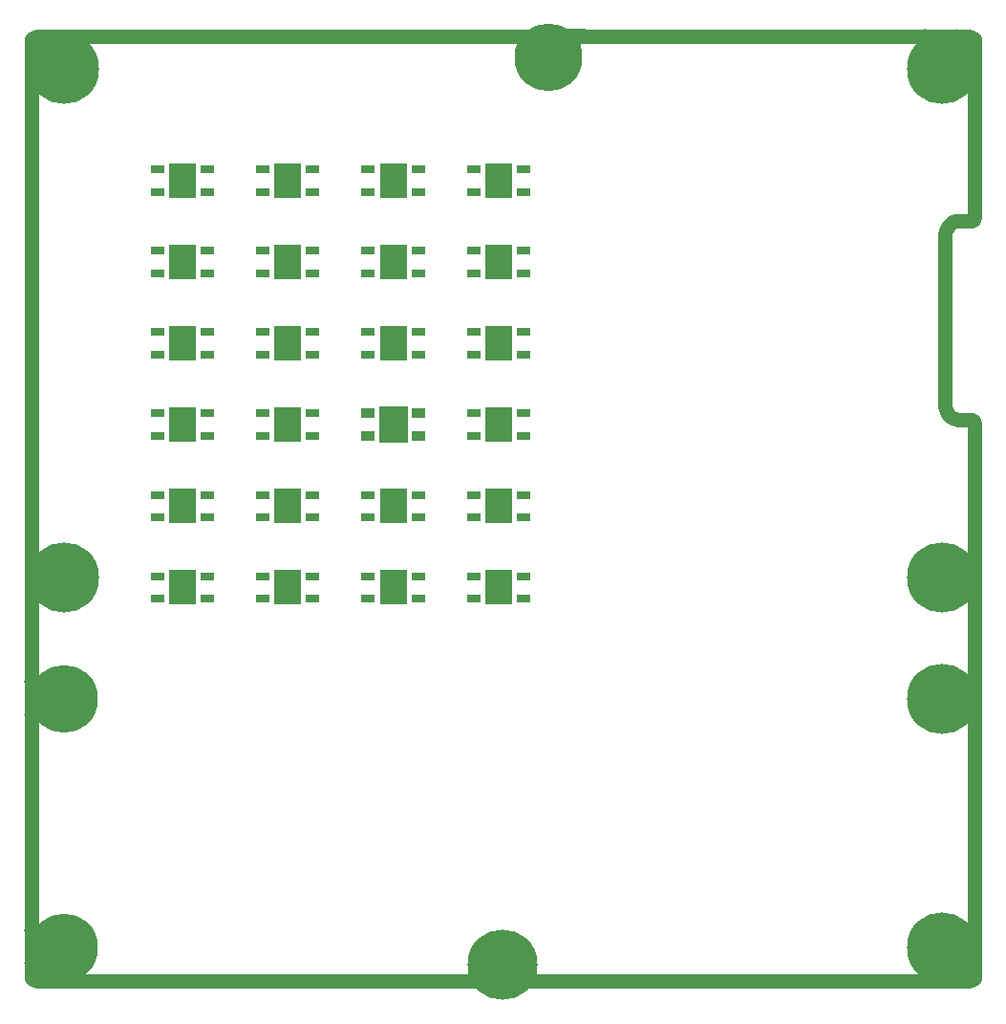
<source format=gbr>
G04*
G04 #@! TF.GenerationSoftware,Altium Limited,Altium Designer,25.8.1 (18)*
G04*
G04 Layer_Color=16711935*
%FSLAX44Y44*%
%MOMM*%
G71*
G04*
G04 #@! TF.SameCoordinates,7FC80BCE-73AE-45AA-A8F9-BCED6F291ECE*
G04*
G04*
G04 #@! TF.FilePolarity,Negative*
G04*
G01*
G75*
%ADD42R,0.5080X0.4834*%
%ADD43R,1.1355X0.4834*%
%ADD44C,1.2700*%
%ADD67C,1.0032*%
%ADD68C,6.0000*%
%ADD69C,6.2032*%
%ADD70C,0.5000*%
%ADD71C,0.9032*%
%ADD72C,0.8040*%
%ADD73C,0.3000*%
%ADD88R,1.1938X0.7620*%
%ADD89R,2.4892X3.0988*%
%ADD90R,1.2938X0.8620*%
%ADD91R,2.5892X3.1988*%
G36*
X828017Y840324D02*
X828680Y840163D01*
X828017Y836800D01*
Y840324D01*
X815570Y843352D01*
X798017Y839082D01*
Y849500D01*
X814684Y844609D01*
X828017Y849500D01*
Y840324D01*
D02*
G37*
G36*
X798017Y836800D02*
X797266Y838899D01*
X798017Y839082D01*
Y836800D01*
D02*
G37*
G36*
X480032Y850230D02*
X480820Y850077D01*
X481910Y849942D01*
X484999Y849725D01*
X498017Y849500D01*
Y836800D01*
X497020Y836763D01*
X496153Y836653D01*
X495415Y836468D01*
X494807Y836210D01*
X494328Y835879D01*
X493979Y835473D01*
X493760Y834994D01*
X493671Y834441D01*
X493712Y833815D01*
X493882Y833115D01*
X479546Y850402D01*
X480032Y850230D01*
D02*
G37*
G36*
X841069Y826646D02*
X849500D01*
X843994Y814624D01*
X841069Y826646D01*
X836800D01*
X840930Y827221D01*
X841069Y826646D01*
D02*
G37*
G36*
X849500Y351390D02*
X841088D01*
X843992Y363331D01*
X849500Y351390D01*
D02*
G37*
G36*
X840949Y350818D02*
X836800Y351390D01*
X841088D01*
X840949Y350818D01*
D02*
G37*
G36*
X13200Y272094D02*
X10994D01*
X11178Y272848D01*
X13200Y272094D01*
D02*
G37*
G36*
X840088Y271391D02*
X836800D01*
X839946Y271854D01*
X840088Y271391D01*
D02*
G37*
G36*
X844453Y257208D02*
X840088Y271391D01*
X849500D01*
X844453Y257208D01*
D02*
G37*
G36*
X6654Y254252D02*
X9612Y242094D01*
X500D01*
X5398Y255238D01*
X500Y272094D01*
X10994D01*
X6654Y254252D01*
D02*
G37*
G36*
X9772Y241437D02*
X9612Y242094D01*
X13200D01*
X9772Y241437D01*
D02*
G37*
G36*
X849500Y241391D02*
X840565D01*
X840429Y240951D01*
X836800Y241391D01*
X840565D01*
X844400Y253855D01*
X849500Y241391D01*
D02*
G37*
G36*
X13200Y52095D02*
X10995D01*
X11178Y52849D01*
X13200Y52095D01*
D02*
G37*
G36*
X839478Y51391D02*
X836800D01*
X839301Y52120D01*
X839478Y51391D01*
D02*
G37*
G36*
X6654Y34252D02*
X9612Y22095D01*
X13200D01*
X9771Y21438D01*
X9612Y22095D01*
X500D01*
X5398Y35238D01*
X500Y52095D01*
X10995D01*
X6654Y34252D01*
D02*
G37*
G36*
X844633Y35729D02*
X849500Y21391D01*
X839972D01*
X839803Y20696D01*
X836800Y21391D01*
X839972D01*
X843374Y35376D01*
X839478Y51391D01*
X849500D01*
X844633Y35729D01*
D02*
G37*
D42*
X835914Y13585D02*
D03*
X14540Y835613D02*
D03*
X836129Y836006D02*
D03*
D43*
X12898Y15189D02*
D03*
D44*
X828860Y679908D02*
X826223Y679610D01*
X823719Y678734D01*
X821472Y677322D01*
X819595Y675446D01*
X818184Y673199D01*
X817307Y670694D01*
X817010Y668057D01*
X843150Y500497D02*
X842227Y502724D01*
X840000Y503647D01*
X817010Y515497D02*
X817307Y512860D01*
X818184Y510356D01*
X819595Y508109D01*
X821472Y506232D01*
X823719Y504821D01*
X826223Y503944D01*
X828860Y503647D01*
X838000Y6850D02*
X840575Y7540D01*
X842460Y9425D01*
X843150Y12000D01*
X840000Y679908D02*
X842227Y680830D01*
X843150Y683057D01*
X12000Y843150D02*
X9425Y842460D01*
X7540Y840575D01*
X6850Y838000D01*
X843150Y838000D02*
X842460Y840575D01*
X840575Y842460D01*
X838000Y843150D01*
X6850Y12000D02*
X7540Y9425D01*
X9425Y7540D01*
X12000Y6850D01*
X6850Y12000D02*
Y22095D01*
X843150Y12042D02*
Y21391D01*
X843150Y683099D02*
Y696646D01*
X817010Y515497D02*
Y523163D01*
X12059Y6850D02*
X24745D01*
X828860Y503647D02*
X840000D01*
X12000Y843150D02*
X28018D01*
X828860Y679908D02*
X840000D01*
X6850Y22095D02*
Y32095D01*
X24745Y6850D02*
X34745D01*
X817010Y573163D02*
Y583163D01*
Y563163D02*
Y573163D01*
Y553163D02*
Y563163D01*
Y523163D02*
Y533163D01*
X843150Y21391D02*
Y31391D01*
X843150Y706646D02*
Y716646D01*
Y696646D02*
Y706646D01*
X6850Y32095D02*
Y42095D01*
X114745Y6850D02*
X124745D01*
X34745D02*
X44745D01*
X817010Y613163D02*
Y623163D01*
Y603163D02*
Y613163D01*
Y583163D02*
Y593163D01*
Y543163D02*
Y553163D01*
Y533163D02*
Y543163D01*
X843150Y31391D02*
Y41391D01*
X843150Y726646D02*
Y736646D01*
Y716646D02*
Y726646D01*
X6850Y42095D02*
Y52095D01*
X134745Y6850D02*
X144745D01*
X124745D02*
X134745D01*
X104745D02*
X114745D01*
X44745D02*
X54745D01*
X817010Y623163D02*
Y633163D01*
Y593163D02*
Y603163D01*
X843150Y41391D02*
Y51391D01*
X843150Y736646D02*
Y746646D01*
X6850Y52095D02*
Y62095D01*
X164745Y6850D02*
X174745D01*
X144745D02*
X154745D01*
X54745D02*
X64745D01*
X817010Y643163D02*
Y653163D01*
Y633163D02*
Y643163D01*
X843150Y51391D02*
Y61391D01*
X843150Y746646D02*
Y756646D01*
X6850Y62095D02*
Y72095D01*
X194745Y6850D02*
X204745D01*
X174745D02*
X184745D01*
X154745D02*
X164745D01*
X64745D02*
X74745D01*
X817010Y653163D02*
Y668057D01*
X843150Y61391D02*
Y71391D01*
X843150Y756646D02*
Y766646D01*
X6850Y72095D02*
Y82095D01*
X254745Y6850D02*
X264745D01*
X234745D02*
X244745D01*
X204745D02*
X214745D01*
X184745D02*
X194745D01*
X74745D02*
X84745D01*
X843150Y71391D02*
Y81391D01*
X843150Y766646D02*
Y776646D01*
X6850Y82095D02*
Y92094D01*
X354745Y6850D02*
X364745D01*
X344745D02*
X354745D01*
X264745D02*
X274745D01*
X244745D02*
X254745D01*
X214745D02*
X224745D01*
X84745D02*
X94745D01*
X843150Y81391D02*
Y91391D01*
X843150Y776646D02*
Y786646D01*
X6850Y92094D02*
Y102094D01*
X364745Y6850D02*
X374745D01*
X274745D02*
X284745D01*
X224745D02*
X234745D01*
X94745D02*
X104745D01*
X843150Y91391D02*
Y101391D01*
X843150Y786646D02*
Y796646D01*
X6850Y102094D02*
Y112094D01*
X374745Y6850D02*
X384745D01*
X284745D02*
X294745D01*
X843150Y101391D02*
Y111391D01*
X843150Y796646D02*
Y806646D01*
X6850Y112094D02*
Y122094D01*
X394745Y6850D02*
X404745D01*
X384745D02*
X394745D01*
X294745D02*
X304745D01*
X843150Y111391D02*
Y121391D01*
X843150Y806646D02*
Y816646D01*
X6850Y122094D02*
Y132094D01*
X444744Y6850D02*
X454744D01*
X404745D02*
X425000D01*
X314745D02*
X324745D01*
X304745D02*
X314745D01*
X843150Y121391D02*
Y131391D01*
X843150Y816646D02*
Y826646D01*
X6850Y132094D02*
Y142094D01*
X484744Y6850D02*
X494744D01*
X454744D02*
X464744D01*
X425000D02*
X444744D01*
X324745D02*
X334745D01*
X843150Y131391D02*
Y141391D01*
X843150Y826646D02*
Y838000D01*
X6850Y142094D02*
Y152094D01*
X504744Y6850D02*
X514744D01*
X494744D02*
X504744D01*
X464744D02*
X474744D01*
X334745D02*
X344745D01*
X843150Y141391D02*
Y151391D01*
X6850Y152094D02*
Y162094D01*
X594744Y6850D02*
X604744D01*
X524744D02*
X534744D01*
X514744D02*
X524744D01*
X474744D02*
X484744D01*
X843150Y151391D02*
Y161391D01*
X6850Y162094D02*
Y172094D01*
X614744Y6850D02*
X624744D01*
X604744D02*
X614744D01*
X584744D02*
X594744D01*
X554744D02*
X564744D01*
X544744D02*
X554744D01*
X534744D02*
X544744D01*
X843150Y161391D02*
Y171391D01*
X6850Y172094D02*
Y182094D01*
X624744Y6850D02*
X634744D01*
X574744D02*
X584744D01*
X564744D02*
X574744D01*
X843150Y171391D02*
Y181391D01*
X6850Y182094D02*
Y192094D01*
X634744Y6850D02*
X644744D01*
X843150Y181391D02*
Y191391D01*
X6850Y192094D02*
Y202094D01*
X644744Y6850D02*
X654744D01*
X843150Y191391D02*
Y201391D01*
X6850Y332094D02*
Y342094D01*
Y222094D02*
Y232094D01*
Y202094D02*
Y212094D01*
X654744Y6850D02*
X664744D01*
X843150Y271391D02*
Y281391D01*
Y211391D02*
Y221391D01*
Y201391D02*
Y211391D01*
X6850Y342094D02*
Y352094D01*
Y302094D02*
Y312094D01*
Y232094D02*
Y242094D01*
Y212094D02*
Y222094D01*
X664744Y6850D02*
X674744D01*
X843150Y281391D02*
Y291391D01*
Y251391D02*
Y261391D01*
Y241391D02*
Y251391D01*
Y231391D02*
Y241391D01*
Y221391D02*
Y231391D01*
X6850Y352094D02*
Y362094D01*
Y322094D02*
Y332094D01*
Y312094D02*
Y322094D01*
Y292094D02*
Y302094D01*
Y282094D02*
Y292094D01*
Y272094D02*
Y282094D01*
Y262094D02*
Y272094D01*
Y252094D02*
Y262094D01*
Y242094D02*
Y252094D01*
X674744Y6850D02*
X684744D01*
X843150Y291391D02*
Y301391D01*
Y261391D02*
Y271391D01*
X6850Y362094D02*
Y372094D01*
X684744Y6850D02*
X694744D01*
X843150Y301391D02*
Y311391D01*
X6850Y462094D02*
Y472094D01*
Y412094D02*
Y422094D01*
Y402094D02*
Y412094D01*
Y382094D02*
Y392094D01*
Y372094D02*
Y382094D01*
X694744Y6850D02*
X704744D01*
X843150Y311391D02*
Y321390D01*
X6850Y502094D02*
Y512094D01*
Y472094D02*
Y482094D01*
Y432094D02*
Y442094D01*
Y422094D02*
Y432094D01*
Y392094D02*
Y402094D01*
X704744Y6850D02*
X714744D01*
X843150Y321390D02*
Y331390D01*
X6850Y542094D02*
Y552094D01*
Y532094D02*
Y542094D01*
Y512094D02*
Y522094D01*
Y492094D02*
Y502094D01*
Y482094D02*
Y492094D01*
Y442094D02*
Y452094D01*
X714744Y6850D02*
X724744D01*
X843150Y331390D02*
Y341390D01*
X6850Y602094D02*
Y612094D01*
Y582094D02*
Y592094D01*
Y562094D02*
Y572094D01*
Y552094D02*
Y562094D01*
Y522094D02*
Y532094D01*
Y452094D02*
Y462094D01*
X724744Y6850D02*
X734744D01*
X843150Y341390D02*
Y351390D01*
X6850Y612094D02*
Y622094D01*
Y592094D02*
Y602094D01*
Y572094D02*
Y582094D01*
X734744Y6850D02*
X744744D01*
X843150Y351390D02*
Y361390D01*
X6850Y652093D02*
Y662093D01*
Y632094D02*
Y642093D01*
Y622094D02*
Y632094D01*
X744744Y6850D02*
X754744D01*
X843150Y361390D02*
Y371390D01*
X6850Y662093D02*
Y672093D01*
Y642093D02*
Y652093D01*
X754744Y6850D02*
X764744D01*
X843150Y371390D02*
Y381390D01*
X6850Y672093D02*
Y682093D01*
X764744Y6850D02*
X774744D01*
X843150Y381390D02*
Y391390D01*
X6850Y682093D02*
Y692093D01*
X774744Y6850D02*
X784744D01*
X843150Y391390D02*
Y401390D01*
X6850Y692093D02*
Y702093D01*
X784744Y6850D02*
X794744D01*
X843150Y401390D02*
Y411390D01*
X6850Y702093D02*
Y712093D01*
X794744Y6850D02*
X804744D01*
X843150Y411390D02*
Y421390D01*
X6850Y712093D02*
Y722093D01*
X804744Y6850D02*
X814744D01*
X843150Y421390D02*
Y431390D01*
X6850Y722093D02*
Y732093D01*
X824744Y6850D02*
X838000D01*
X814744D02*
X824744D01*
X843150Y431390D02*
Y441390D01*
X6850Y732093D02*
Y742093D01*
X843150Y441390D02*
Y451390D01*
X6850Y742093D02*
Y752093D01*
X843150Y451390D02*
Y461390D01*
X6850Y752093D02*
Y762093D01*
X843150Y461390D02*
Y471390D01*
X6850Y762093D02*
Y772093D01*
X843150Y471390D02*
Y481390D01*
X6850Y772093D02*
Y782093D01*
X843150Y481390D02*
Y491390D01*
X6850Y782093D02*
Y792093D01*
X843150Y491390D02*
Y500497D01*
X6850Y792093D02*
Y802093D01*
Y812093D01*
Y822093D01*
Y837941D01*
X28018Y843150D02*
X38018D01*
X48018D01*
X58018D01*
X68018D01*
X78018D01*
X88018D01*
X98018D01*
X108018D01*
X118018D01*
X128018D01*
X138018D01*
X148018D01*
X158018D01*
X168018D01*
X178018D01*
X188018D01*
X198018D01*
X208018D01*
X218018D01*
X228018D01*
X238018D01*
X248018D01*
X258018D01*
X268018D01*
X278018D01*
X288018D01*
X298018D01*
X308018D01*
X318018D01*
X328018D01*
X338018D01*
X348018D01*
X358018D01*
X368018D01*
X378018D01*
X388018D01*
X398018D01*
X438018D02*
X448018D01*
X398018D02*
X408018D01*
X465300D02*
X474048D01*
X448018D02*
X456552D01*
X408018D02*
X418018D01*
X474048D02*
X488018D01*
X456552D02*
X465300D01*
X418018D02*
X428018D01*
X488018D02*
X498017D01*
X428018D02*
X438018D01*
X498017D02*
X508017D01*
X518017D01*
X528017D01*
X538017D01*
X548017D01*
X558017D01*
X568017D01*
X578017D01*
X588017D01*
X598017D01*
X608017D01*
X618017D01*
X628017D01*
X638017D01*
X648017D01*
X658017D01*
X668017D01*
X678017D01*
X688017D01*
X698017D01*
X708017D01*
X718017D01*
X728017D01*
X738017D01*
X748017D01*
X758017D01*
X768017D01*
X778017D01*
X788017D01*
X798017D01*
X808017D01*
X818017D01*
X828017D01*
X837941D01*
D67*
X57120Y27252D02*
D03*
X27252Y14880D02*
D03*
X14880Y44748D02*
D03*
X44748Y57120D02*
D03*
X57120Y44748D02*
D03*
X44748Y14880D02*
D03*
X14880Y27252D02*
D03*
X27252Y57120D02*
D03*
Y385120D02*
D03*
X14880Y355252D02*
D03*
X44748Y342880D02*
D03*
X57120Y372748D02*
D03*
X44748Y385120D02*
D03*
X14880Y372748D02*
D03*
X27252Y342880D02*
D03*
X57120Y355252D02*
D03*
X44748Y234880D02*
D03*
X57120Y264748D02*
D03*
X44748Y277120D02*
D03*
X14880Y264748D02*
D03*
X57120Y247252D02*
D03*
X805252Y57120D02*
D03*
X792880Y27252D02*
D03*
X822748Y14880D02*
D03*
X835120Y44748D02*
D03*
X822748Y57120D02*
D03*
X792880Y44748D02*
D03*
X805252Y14880D02*
D03*
X835120Y27252D02*
D03*
X805729Y277120D02*
D03*
X793357Y247252D02*
D03*
X823225Y234880D02*
D03*
Y277120D02*
D03*
X793357Y264748D02*
D03*
X805729Y234880D02*
D03*
X805252Y385120D02*
D03*
X792880Y355252D02*
D03*
X822748Y342880D02*
D03*
Y385120D02*
D03*
X792880Y372748D02*
D03*
X805252Y342880D02*
D03*
Y835120D02*
D03*
X792880Y805252D02*
D03*
X822748Y792880D02*
D03*
X835120Y822748D02*
D03*
X822748Y835120D02*
D03*
X792880Y822748D02*
D03*
X805252Y792880D02*
D03*
X835120Y805252D02*
D03*
X27252Y835120D02*
D03*
X14880Y805252D02*
D03*
X44748Y792880D02*
D03*
X57120Y822748D02*
D03*
X44748Y835120D02*
D03*
X14880Y822748D02*
D03*
X27252Y792880D02*
D03*
X57120Y805252D02*
D03*
D68*
X36000Y36000D02*
D03*
Y256000D02*
D03*
X465300Y824000D02*
D03*
D69*
X425000Y21000D02*
D03*
X36000Y364000D02*
D03*
X814000Y36000D02*
D03*
X814477Y256000D02*
D03*
X814000Y364000D02*
D03*
Y814000D02*
D03*
X36000D02*
D03*
D70*
X27252Y277120D02*
D03*
X14880Y247252D02*
D03*
X27252Y234880D02*
D03*
X835597Y264748D02*
D03*
X835597Y247252D02*
D03*
X835120Y372748D02*
D03*
X835120Y355252D02*
D03*
D71*
X456552Y845120D02*
D03*
X444180Y815252D02*
D03*
X474048Y802880D02*
D03*
X486420Y832748D02*
D03*
X474048Y845120D02*
D03*
X444180Y832748D02*
D03*
X456552Y802880D02*
D03*
X486420Y815252D02*
D03*
D72*
X6474Y792093D02*
D03*
X58018Y843526D02*
D03*
X836499Y679532D02*
D03*
X843526Y686646D02*
D03*
Y696646D02*
D03*
Y706646D02*
D03*
Y716646D02*
D03*
Y726646D02*
D03*
Y736646D02*
D03*
Y746646D02*
D03*
Y756646D02*
D03*
Y766646D02*
D03*
X817946Y513383D02*
D03*
X817652Y523379D02*
D03*
Y533379D02*
D03*
Y543379D02*
D03*
Y553379D02*
D03*
Y563379D02*
D03*
Y573379D02*
D03*
Y583379D02*
D03*
Y593379D02*
D03*
Y603379D02*
D03*
Y613379D02*
D03*
Y623379D02*
D03*
Y633379D02*
D03*
Y643379D02*
D03*
Y653379D02*
D03*
Y663379D02*
D03*
X818883Y673303D02*
D03*
X826770Y679450D02*
D03*
X843375Y501389D02*
D03*
X833728Y504023D02*
D03*
X824072Y505479D02*
D03*
X843526Y421390D02*
D03*
Y431390D02*
D03*
Y441390D02*
D03*
Y451390D02*
D03*
Y461390D02*
D03*
Y471390D02*
D03*
Y481390D02*
D03*
Y491390D02*
D03*
Y391390D02*
D03*
Y401390D02*
D03*
Y411390D02*
D03*
Y291391D02*
D03*
Y301391D02*
D03*
Y311391D02*
D03*
Y321390D02*
D03*
Y331390D02*
D03*
Y141391D02*
D03*
Y151391D02*
D03*
Y161391D02*
D03*
Y171391D02*
D03*
Y181391D02*
D03*
Y191391D02*
D03*
Y201391D02*
D03*
Y211391D02*
D03*
Y221391D02*
D03*
Y231391D02*
D03*
Y61391D02*
D03*
Y71391D02*
D03*
Y81391D02*
D03*
Y91391D02*
D03*
Y101391D02*
D03*
Y111391D02*
D03*
Y121391D02*
D03*
Y131391D02*
D03*
X374745Y6474D02*
D03*
X384745D02*
D03*
X394745D02*
D03*
X454744D02*
D03*
X464744D02*
D03*
X474744D02*
D03*
X514744D02*
D03*
X484744D02*
D03*
X574744D02*
D03*
X584744D02*
D03*
X564744D02*
D03*
X554744D02*
D03*
X524744D02*
D03*
X544744D02*
D03*
X534744D02*
D03*
X504744D02*
D03*
X494744D02*
D03*
X594744D02*
D03*
X664744D02*
D03*
X604744D02*
D03*
X674744D02*
D03*
X644744D02*
D03*
X714744D02*
D03*
X614744D02*
D03*
X624744D02*
D03*
X634744D02*
D03*
X694744D02*
D03*
X654744D02*
D03*
X734744D02*
D03*
X704744D02*
D03*
X684744D02*
D03*
X724744D02*
D03*
X744744D02*
D03*
X754744D02*
D03*
X764744D02*
D03*
X784744D02*
D03*
X774744D02*
D03*
X64745D02*
D03*
X74745D02*
D03*
X84745D02*
D03*
X94745D02*
D03*
X104745D02*
D03*
X114745D02*
D03*
X124745D02*
D03*
X134745D02*
D03*
X144745D02*
D03*
X154745D02*
D03*
X164745D02*
D03*
X174745D02*
D03*
X184745D02*
D03*
X194745D02*
D03*
X244745D02*
D03*
X204745D02*
D03*
X314745D02*
D03*
X284745D02*
D03*
X304745D02*
D03*
X294745D02*
D03*
X344745D02*
D03*
X234745D02*
D03*
X224745D02*
D03*
X214745D02*
D03*
X274745D02*
D03*
X334745D02*
D03*
X324745D02*
D03*
X264745D02*
D03*
X254745D02*
D03*
X354745D02*
D03*
X364745D02*
D03*
X6474Y132094D02*
D03*
Y142094D02*
D03*
Y152094D02*
D03*
Y162094D02*
D03*
Y202094D02*
D03*
Y232094D02*
D03*
Y222094D02*
D03*
Y192094D02*
D03*
Y212094D02*
D03*
Y182094D02*
D03*
Y172094D02*
D03*
Y72095D02*
D03*
Y82095D02*
D03*
Y62095D02*
D03*
Y92094D02*
D03*
Y102094D02*
D03*
Y112094D02*
D03*
Y122094D02*
D03*
Y282094D02*
D03*
Y292094D02*
D03*
Y302094D02*
D03*
Y312094D02*
D03*
Y322094D02*
D03*
Y332094D02*
D03*
Y342094D02*
D03*
Y392094D02*
D03*
Y402094D02*
D03*
Y412094D02*
D03*
Y422094D02*
D03*
Y442094D02*
D03*
Y452094D02*
D03*
Y432094D02*
D03*
Y462094D02*
D03*
Y542094D02*
D03*
Y532094D02*
D03*
Y502094D02*
D03*
Y522094D02*
D03*
Y512094D02*
D03*
Y552094D02*
D03*
Y562094D02*
D03*
Y572094D02*
D03*
Y582094D02*
D03*
Y592094D02*
D03*
Y662093D02*
D03*
Y652093D02*
D03*
Y642093D02*
D03*
Y602094D02*
D03*
Y612094D02*
D03*
Y622094D02*
D03*
Y632094D02*
D03*
Y672093D02*
D03*
Y682093D02*
D03*
Y472094D02*
D03*
Y492094D02*
D03*
Y482094D02*
D03*
Y692093D02*
D03*
Y712093D02*
D03*
Y742093D02*
D03*
Y702093D02*
D03*
Y752093D02*
D03*
Y762093D02*
D03*
Y722093D02*
D03*
Y732093D02*
D03*
Y772093D02*
D03*
Y782093D02*
D03*
X68018Y843526D02*
D03*
X78018D02*
D03*
X88018D02*
D03*
X98018D02*
D03*
X108018D02*
D03*
X118018D02*
D03*
X128018D02*
D03*
X138018D02*
D03*
X148018D02*
D03*
X158018D02*
D03*
X168018D02*
D03*
X178018D02*
D03*
X188018D02*
D03*
X198018D02*
D03*
X208018D02*
D03*
X218018D02*
D03*
X228018D02*
D03*
X238018D02*
D03*
X248018D02*
D03*
X258018D02*
D03*
X268018D02*
D03*
X278018D02*
D03*
X288018D02*
D03*
X298018D02*
D03*
X308018D02*
D03*
X318018D02*
D03*
X328018D02*
D03*
X338018D02*
D03*
X348018D02*
D03*
X358018D02*
D03*
X368018D02*
D03*
X378018D02*
D03*
X388018D02*
D03*
X398018D02*
D03*
X408018D02*
D03*
X428018D02*
D03*
X418018D02*
D03*
X508017D02*
D03*
X518017D02*
D03*
X528017D02*
D03*
X548017D02*
D03*
X558017D02*
D03*
X598017D02*
D03*
X568017D02*
D03*
X538017D02*
D03*
X578017D02*
D03*
X588017D02*
D03*
X498017D02*
D03*
X608017D02*
D03*
X618017D02*
D03*
X628017D02*
D03*
X638017D02*
D03*
X648017D02*
D03*
X658017D02*
D03*
X668017D02*
D03*
X678017D02*
D03*
X688017D02*
D03*
X698017D02*
D03*
X708017D02*
D03*
X718017D02*
D03*
X728017D02*
D03*
X738017D02*
D03*
X748017D02*
D03*
X758017D02*
D03*
X768017D02*
D03*
X778017D02*
D03*
X788017D02*
D03*
D73*
X843526Y776646D02*
D03*
Y786646D02*
D03*
X843526Y281391D02*
D03*
D88*
X305582Y633000D02*
D03*
X212242D02*
D03*
X398922Y489000D02*
D03*
X118902Y633000D02*
D03*
X398922Y561000D02*
D03*
X305582Y705000D02*
D03*
X212242Y345000D02*
D03*
X118902D02*
D03*
X398922Y417000D02*
D03*
X118902D02*
D03*
Y705000D02*
D03*
X212242Y489000D02*
D03*
X118902D02*
D03*
X212242Y705000D02*
D03*
X398922Y345000D02*
D03*
X212242Y561000D02*
D03*
X118902D02*
D03*
X305582Y417000D02*
D03*
X212242D02*
D03*
X305582Y345000D02*
D03*
X398922Y705000D02*
D03*
X305582Y561000D02*
D03*
X398922Y633000D02*
D03*
Y653000D02*
D03*
X443118D02*
D03*
Y633000D02*
D03*
X305582Y581000D02*
D03*
X349778Y561000D02*
D03*
Y581000D02*
D03*
X398922Y725000D02*
D03*
X443118Y705000D02*
D03*
Y725000D02*
D03*
Y581000D02*
D03*
Y561000D02*
D03*
Y489000D02*
D03*
Y509000D02*
D03*
X163098D02*
D03*
Y489000D02*
D03*
Y581000D02*
D03*
Y561000D02*
D03*
X256438Y509000D02*
D03*
Y489000D02*
D03*
Y581000D02*
D03*
Y561000D02*
D03*
X163098Y633000D02*
D03*
Y653000D02*
D03*
X349778Y725000D02*
D03*
Y705000D02*
D03*
Y653000D02*
D03*
Y633000D02*
D03*
X256438Y653000D02*
D03*
Y633000D02*
D03*
Y705000D02*
D03*
Y725000D02*
D03*
X163098D02*
D03*
Y705000D02*
D03*
X256438Y437000D02*
D03*
Y417000D02*
D03*
X163098Y437000D02*
D03*
Y417000D02*
D03*
X443118Y437000D02*
D03*
Y417000D02*
D03*
X163098Y365000D02*
D03*
Y345000D02*
D03*
X256438D02*
D03*
Y365000D02*
D03*
X443118Y345000D02*
D03*
Y365000D02*
D03*
X349778Y345000D02*
D03*
Y365000D02*
D03*
Y437000D02*
D03*
Y417000D02*
D03*
X118902Y437000D02*
D03*
X305582D02*
D03*
X118902Y725000D02*
D03*
X212242D02*
D03*
X118902Y509000D02*
D03*
X212242D02*
D03*
X118902Y653000D02*
D03*
X398922Y509000D02*
D03*
X212242Y653000D02*
D03*
X305582D02*
D03*
Y725000D02*
D03*
X398922Y581000D02*
D03*
X118902D02*
D03*
X212242D02*
D03*
X398922Y365000D02*
D03*
X305582D02*
D03*
X212242Y437000D02*
D03*
X398922D02*
D03*
X118902Y365000D02*
D03*
X212242D02*
D03*
D89*
X421020Y643000D02*
D03*
X327680Y571000D02*
D03*
X421020Y715000D02*
D03*
Y571000D02*
D03*
Y499000D02*
D03*
X141000D02*
D03*
Y571000D02*
D03*
X234340Y499000D02*
D03*
Y571000D02*
D03*
X141000Y643000D02*
D03*
X327680Y715000D02*
D03*
Y643000D02*
D03*
X234340D02*
D03*
Y715000D02*
D03*
X141000D02*
D03*
X234340Y427000D02*
D03*
X141000D02*
D03*
X421020D02*
D03*
X141000Y355000D02*
D03*
X234340D02*
D03*
X421020D02*
D03*
X327680D02*
D03*
Y427000D02*
D03*
D90*
X305582Y489000D02*
D03*
X349778D02*
D03*
Y509000D02*
D03*
X305582D02*
D03*
D91*
X327680Y499000D02*
D03*
M02*

</source>
